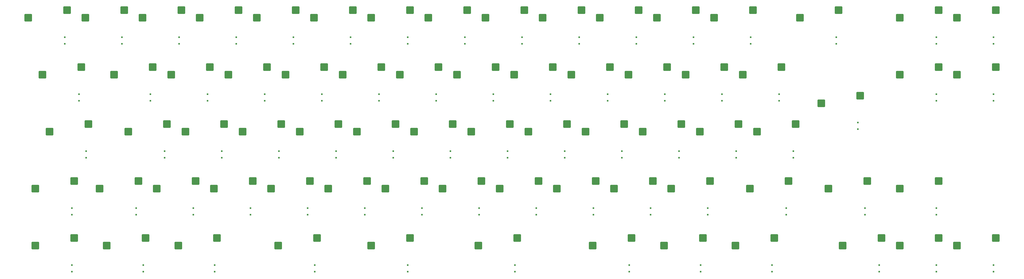
<source format=gbr>
%TF.GenerationSoftware,KiCad,Pcbnew,(6.0.2-0)*%
%TF.CreationDate,2022-03-14T13:24:27+01:00*%
%TF.ProjectId,lasercut,6c617365-7263-4757-942e-6b696361645f,rev?*%
%TF.SameCoordinates,Original*%
%TF.FileFunction,Paste,Bot*%
%TF.FilePolarity,Positive*%
%FSLAX46Y46*%
G04 Gerber Fmt 4.6, Leading zero omitted, Abs format (unit mm)*
G04 Created by KiCad (PCBNEW (6.0.2-0)) date 2022-03-14 13:24:27*
%MOMM*%
%LPD*%
G01*
G04 APERTURE LIST*
G04 Aperture macros list*
%AMRoundRect*
0 Rectangle with rounded corners*
0 $1 Rounding radius*
0 $2 $3 $4 $5 $6 $7 $8 $9 X,Y pos of 4 corners*
0 Add a 4 corners polygon primitive as box body*
4,1,4,$2,$3,$4,$5,$6,$7,$8,$9,$2,$3,0*
0 Add four circle primitives for the rounded corners*
1,1,$1+$1,$2,$3*
1,1,$1+$1,$4,$5*
1,1,$1+$1,$6,$7*
1,1,$1+$1,$8,$9*
0 Add four rect primitives between the rounded corners*
20,1,$1+$1,$2,$3,$4,$5,0*
20,1,$1+$1,$4,$5,$6,$7,0*
20,1,$1+$1,$6,$7,$8,$9,0*
20,1,$1+$1,$8,$9,$2,$3,0*%
G04 Aperture macros list end*
%ADD10RoundRect,0.250000X-1.025000X-1.000000X1.025000X-1.000000X1.025000X1.000000X-1.025000X1.000000X0*%
%ADD11R,0.500000X0.500000*%
G04 APERTURE END LIST*
D10*
%TO.C,SW11*%
X217940000Y-31985000D03*
X230867000Y-29445000D03*
%TD*%
%TO.C,SW51*%
X127452500Y-89135000D03*
X140379500Y-86595000D03*
%TD*%
%TO.C,SW33*%
X47510750Y-67545000D03*
X34583750Y-70085000D03*
%TD*%
%TO.C,SW19*%
X75065000Y-51035000D03*
X87992000Y-48495000D03*
%TD*%
%TO.C,SW34*%
X73704500Y-67545000D03*
X60777500Y-70085000D03*
%TD*%
%TO.C,SW62*%
X66560750Y-105645000D03*
X53633750Y-108185000D03*
%TD*%
%TO.C,SW7*%
X154667000Y-29445000D03*
X141740000Y-31985000D03*
%TD*%
%TO.C,SW36*%
X111804500Y-67545000D03*
X98877500Y-70085000D03*
%TD*%
%TO.C,SW29*%
X265565000Y-51035000D03*
X278492000Y-48495000D03*
%TD*%
%TO.C,SW39*%
X168954500Y-67545000D03*
X156027500Y-70085000D03*
%TD*%
%TO.C,SW32*%
X337002500Y-51035000D03*
X349929500Y-48495000D03*
%TD*%
%TO.C,SW65*%
X154667000Y-105645000D03*
X141740000Y-108185000D03*
%TD*%
%TO.C,SW52*%
X159429500Y-86595000D03*
X146502500Y-89135000D03*
%TD*%
%TO.C,SW48*%
X70302500Y-89135000D03*
X83229500Y-86595000D03*
%TD*%
%TO.C,SW43*%
X232227500Y-70085000D03*
X245154500Y-67545000D03*
%TD*%
%TO.C,SW71*%
X330879500Y-105645000D03*
X317952500Y-108185000D03*
%TD*%
%TO.C,SW54*%
X197529500Y-86595000D03*
X184602500Y-89135000D03*
%TD*%
%TO.C,SW22*%
X132215000Y-51035000D03*
X145142000Y-48495000D03*
%TD*%
%TO.C,SW44*%
X264204500Y-67545000D03*
X251277500Y-70085000D03*
%TD*%
%TO.C,SW16*%
X337002500Y-31985000D03*
X349929500Y-29445000D03*
%TD*%
%TO.C,SW14*%
X297542000Y-29445000D03*
X284615000Y-31985000D03*
%TD*%
%TO.C,SW5*%
X103640000Y-31985000D03*
X116567000Y-29445000D03*
%TD*%
%TO.C,SW31*%
X330879500Y-48495000D03*
X317952500Y-51035000D03*
%TD*%
%TO.C,SW4*%
X84590000Y-31985000D03*
X97517000Y-29445000D03*
%TD*%
%TO.C,SW40*%
X175077500Y-70085000D03*
X188004500Y-67545000D03*
%TD*%
%TO.C,SW53*%
X178479500Y-86595000D03*
X165552500Y-89135000D03*
%TD*%
%TO.C,SW28*%
X246515000Y-51035000D03*
X259442000Y-48495000D03*
%TD*%
%TO.C,SW35*%
X92754500Y-67545000D03*
X79827500Y-70085000D03*
%TD*%
%TO.C,SW23*%
X151265000Y-51035000D03*
X164192000Y-48495000D03*
%TD*%
%TO.C,SW6*%
X122690000Y-31985000D03*
X135617000Y-29445000D03*
%TD*%
%TO.C,SW66*%
X177458750Y-108185000D03*
X190385750Y-105645000D03*
%TD*%
%TO.C,SW56*%
X235629500Y-86595000D03*
X222702500Y-89135000D03*
%TD*%
%TO.C,SW50*%
X108402500Y-89135000D03*
X121329500Y-86595000D03*
%TD*%
%TO.C,SW46*%
X42748250Y-86595000D03*
X29821250Y-89135000D03*
%TD*%
%TO.C,SW72*%
X349929500Y-105645000D03*
X337002500Y-108185000D03*
%TD*%
%TO.C,SW61*%
X42748250Y-105645000D03*
X29821250Y-108185000D03*
%TD*%
%TO.C,SW30*%
X304685750Y-58020000D03*
X291758750Y-60560000D03*
%TD*%
%TO.C,SW2*%
X46490000Y-31985000D03*
X59417000Y-29445000D03*
%TD*%
%TO.C,SW42*%
X226104500Y-67545000D03*
X213177500Y-70085000D03*
%TD*%
%TO.C,SW47*%
X64179500Y-86595000D03*
X51252500Y-89135000D03*
%TD*%
%TO.C,SW13*%
X268967000Y-29445000D03*
X256040000Y-31985000D03*
%TD*%
%TO.C,SW70*%
X298902500Y-108185000D03*
X311829500Y-105645000D03*
%TD*%
%TO.C,SW45*%
X270327500Y-70085000D03*
X283254500Y-67545000D03*
%TD*%
%TO.C,SW41*%
X194127500Y-70085000D03*
X207054500Y-67545000D03*
%TD*%
%TO.C,SW69*%
X263183750Y-108185000D03*
X276110750Y-105645000D03*
%TD*%
%TO.C,SW17*%
X45129500Y-48495000D03*
X32202500Y-51035000D03*
%TD*%
%TO.C,SW67*%
X215558750Y-108185000D03*
X228485750Y-105645000D03*
%TD*%
%TO.C,SW57*%
X254679500Y-86595000D03*
X241752500Y-89135000D03*
%TD*%
%TO.C,SW68*%
X239371250Y-108185000D03*
X252298250Y-105645000D03*
%TD*%
%TO.C,SW58*%
X280873250Y-86595000D03*
X267946250Y-89135000D03*
%TD*%
%TO.C,SW59*%
X294140000Y-89135000D03*
X307067000Y-86595000D03*
%TD*%
%TO.C,SW38*%
X136977500Y-70085000D03*
X149904500Y-67545000D03*
%TD*%
%TO.C,SW37*%
X130854500Y-67545000D03*
X117927500Y-70085000D03*
%TD*%
%TO.C,SW20*%
X94115000Y-51035000D03*
X107042000Y-48495000D03*
%TD*%
%TO.C,SW9*%
X192767000Y-29445000D03*
X179840000Y-31985000D03*
%TD*%
%TO.C,SW27*%
X227465000Y-51035000D03*
X240392000Y-48495000D03*
%TD*%
%TO.C,SW1*%
X27440000Y-31985000D03*
X40367000Y-29445000D03*
%TD*%
%TO.C,SW26*%
X208415000Y-51035000D03*
X221342000Y-48495000D03*
%TD*%
%TO.C,SW10*%
X211817000Y-29445000D03*
X198890000Y-31985000D03*
%TD*%
%TO.C,SW12*%
X236990000Y-31985000D03*
X249917000Y-29445000D03*
%TD*%
%TO.C,SW21*%
X113165000Y-51035000D03*
X126092000Y-48495000D03*
%TD*%
%TO.C,SW49*%
X89352500Y-89135000D03*
X102279500Y-86595000D03*
%TD*%
%TO.C,SW15*%
X317952500Y-31985000D03*
X330879500Y-29445000D03*
%TD*%
%TO.C,SW63*%
X77446250Y-108185000D03*
X90373250Y-105645000D03*
%TD*%
%TO.C,SW8*%
X173717000Y-29445000D03*
X160790000Y-31985000D03*
%TD*%
%TO.C,SW60*%
X317952500Y-89135000D03*
X330879500Y-86595000D03*
%TD*%
%TO.C,SW24*%
X170315000Y-51035000D03*
X183242000Y-48495000D03*
%TD*%
%TO.C,SW55*%
X203652500Y-89135000D03*
X216579500Y-86595000D03*
%TD*%
%TO.C,SW64*%
X110783750Y-108185000D03*
X123710750Y-105645000D03*
%TD*%
%TO.C,SW25*%
X189365000Y-51035000D03*
X202292000Y-48495000D03*
%TD*%
%TO.C,SW18*%
X68942000Y-48495000D03*
X56015000Y-51035000D03*
%TD*%
%TO.C,SW3*%
X65540000Y-31985000D03*
X78467000Y-29445000D03*
%TD*%
D11*
%TO.C,D72*%
X349167500Y-114655000D03*
X349167500Y-116855000D03*
%TD*%
%TO.C,D17*%
X44367500Y-57505000D03*
X44367500Y-59705000D03*
%TD*%
%TO.C,D33*%
X46748750Y-76555000D03*
X46748750Y-78755000D03*
%TD*%
%TO.C,D35*%
X91992500Y-76555000D03*
X91992500Y-78755000D03*
%TD*%
%TO.C,D49*%
X101517500Y-95605000D03*
X101517500Y-97805000D03*
%TD*%
%TO.C,D2*%
X58655000Y-38455000D03*
X58655000Y-40655000D03*
%TD*%
%TO.C,D51*%
X139617500Y-95605000D03*
X139617500Y-97805000D03*
%TD*%
%TO.C,D3*%
X77705000Y-38455000D03*
X77705000Y-40655000D03*
%TD*%
%TO.C,D40*%
X187242500Y-76555000D03*
X187242500Y-78755000D03*
%TD*%
%TO.C,D5*%
X115805000Y-38455000D03*
X115805000Y-40655000D03*
%TD*%
%TO.C,D64*%
X122948750Y-114655000D03*
X122948750Y-116855000D03*
%TD*%
%TO.C,D1*%
X39605000Y-38455000D03*
X39605000Y-40655000D03*
%TD*%
%TO.C,D62*%
X65798750Y-114655000D03*
X65798750Y-116855000D03*
%TD*%
%TO.C,D59*%
X306305000Y-95605000D03*
X306305000Y-97805000D03*
%TD*%
%TO.C,D55*%
X215817500Y-95605000D03*
X215817500Y-97805000D03*
%TD*%
%TO.C,D38*%
X149142500Y-76555000D03*
X149142500Y-78755000D03*
%TD*%
%TO.C,D21*%
X125330000Y-57505000D03*
X125330000Y-59705000D03*
%TD*%
%TO.C,D44*%
X263442500Y-76555000D03*
X263442500Y-78755000D03*
%TD*%
%TO.C,D25*%
X201530000Y-57505000D03*
X201530000Y-59705000D03*
%TD*%
%TO.C,D29*%
X277730000Y-57505000D03*
X277730000Y-59705000D03*
%TD*%
%TO.C,D42*%
X225342500Y-76555000D03*
X225342500Y-78755000D03*
%TD*%
%TO.C,D67*%
X227723750Y-114655000D03*
X227723750Y-116855000D03*
%TD*%
%TO.C,D39*%
X168192500Y-76555000D03*
X168192500Y-78755000D03*
%TD*%
%TO.C,D66*%
X189623750Y-114655000D03*
X189623750Y-116855000D03*
%TD*%
%TO.C,D4*%
X96755000Y-38455000D03*
X96755000Y-40655000D03*
%TD*%
%TO.C,D8*%
X172955000Y-38455000D03*
X172955000Y-40655000D03*
%TD*%
%TO.C,D27*%
X239630000Y-57505000D03*
X239630000Y-59705000D03*
%TD*%
%TO.C,D6*%
X134855000Y-38455000D03*
X134855000Y-40655000D03*
%TD*%
%TO.C,D58*%
X280111250Y-95605000D03*
X280111250Y-97805000D03*
%TD*%
%TO.C,D48*%
X82467500Y-95605000D03*
X82467500Y-97805000D03*
%TD*%
%TO.C,D52*%
X158667500Y-95605000D03*
X158667500Y-97805000D03*
%TD*%
%TO.C,D43*%
X244392500Y-76555000D03*
X244392500Y-78755000D03*
%TD*%
%TO.C,D23*%
X163430000Y-57505000D03*
X163430000Y-59705000D03*
%TD*%
%TO.C,D57*%
X253917500Y-95605000D03*
X253917500Y-97805000D03*
%TD*%
%TO.C,D12*%
X249155000Y-38455000D03*
X249155000Y-40655000D03*
%TD*%
%TO.C,D22*%
X144380000Y-57505000D03*
X144380000Y-59705000D03*
%TD*%
%TO.C,D47*%
X63417500Y-95605000D03*
X63417500Y-97805000D03*
%TD*%
%TO.C,D53*%
X177717500Y-95605000D03*
X177717500Y-97805000D03*
%TD*%
%TO.C,D26*%
X220580000Y-57505000D03*
X220580000Y-59705000D03*
%TD*%
%TO.C,D65*%
X153905000Y-114655000D03*
X153905000Y-116855000D03*
%TD*%
%TO.C,D46*%
X41986250Y-95605000D03*
X41986250Y-97805000D03*
%TD*%
%TO.C,D71*%
X330117500Y-114655000D03*
X330117500Y-116855000D03*
%TD*%
%TO.C,D24*%
X182480000Y-57505000D03*
X182480000Y-59705000D03*
%TD*%
%TO.C,D50*%
X120567500Y-95605000D03*
X120567500Y-97805000D03*
%TD*%
%TO.C,D37*%
X130092500Y-76555000D03*
X130092500Y-78755000D03*
%TD*%
%TO.C,D60*%
X330117500Y-95605000D03*
X330117500Y-97805000D03*
%TD*%
%TO.C,D10*%
X211055000Y-38455000D03*
X211055000Y-40655000D03*
%TD*%
%TO.C,D30*%
X303923750Y-67030000D03*
X303923750Y-69230000D03*
%TD*%
%TO.C,D36*%
X111042500Y-76555000D03*
X111042500Y-78755000D03*
%TD*%
%TO.C,D15*%
X330117500Y-38455000D03*
X330117500Y-40655000D03*
%TD*%
%TO.C,D16*%
X349167500Y-38455000D03*
X349167500Y-40655000D03*
%TD*%
%TO.C,D61*%
X41986250Y-114655000D03*
X41986250Y-116855000D03*
%TD*%
%TO.C,D11*%
X230105000Y-38455000D03*
X230105000Y-40655000D03*
%TD*%
%TO.C,D28*%
X258680000Y-57505000D03*
X258680000Y-59705000D03*
%TD*%
%TO.C,D68*%
X251536250Y-114655000D03*
X251536250Y-116855000D03*
%TD*%
%TO.C,D9*%
X192005000Y-38455000D03*
X192005000Y-40655000D03*
%TD*%
%TO.C,D63*%
X89611250Y-114655000D03*
X89611250Y-116855000D03*
%TD*%
%TO.C,D19*%
X87230000Y-57505000D03*
X87230000Y-59705000D03*
%TD*%
%TO.C,D70*%
X311067500Y-114655000D03*
X311067500Y-116855000D03*
%TD*%
%TO.C,D34*%
X72942500Y-76555000D03*
X72942500Y-78755000D03*
%TD*%
%TO.C,D54*%
X196767500Y-95605000D03*
X196767500Y-97805000D03*
%TD*%
%TO.C,D32*%
X349167500Y-57505000D03*
X349167500Y-59705000D03*
%TD*%
%TO.C,D20*%
X106280000Y-57505000D03*
X106280000Y-59705000D03*
%TD*%
%TO.C,D56*%
X234867500Y-95605000D03*
X234867500Y-97805000D03*
%TD*%
%TO.C,D18*%
X68180000Y-57505000D03*
X68180000Y-59705000D03*
%TD*%
%TO.C,D69*%
X275348750Y-114655000D03*
X275348750Y-116855000D03*
%TD*%
%TO.C,D31*%
X330117500Y-57505000D03*
X330117500Y-59705000D03*
%TD*%
%TO.C,D7*%
X153905000Y-38455000D03*
X153905000Y-40655000D03*
%TD*%
%TO.C,D13*%
X268205000Y-38455000D03*
X268205000Y-40655000D03*
%TD*%
%TO.C,D41*%
X206292500Y-76555000D03*
X206292500Y-78755000D03*
%TD*%
%TO.C,D14*%
X296780000Y-38455000D03*
X296780000Y-40655000D03*
%TD*%
%TO.C,D45*%
X282492500Y-76555000D03*
X282492500Y-78755000D03*
%TD*%
M02*

</source>
